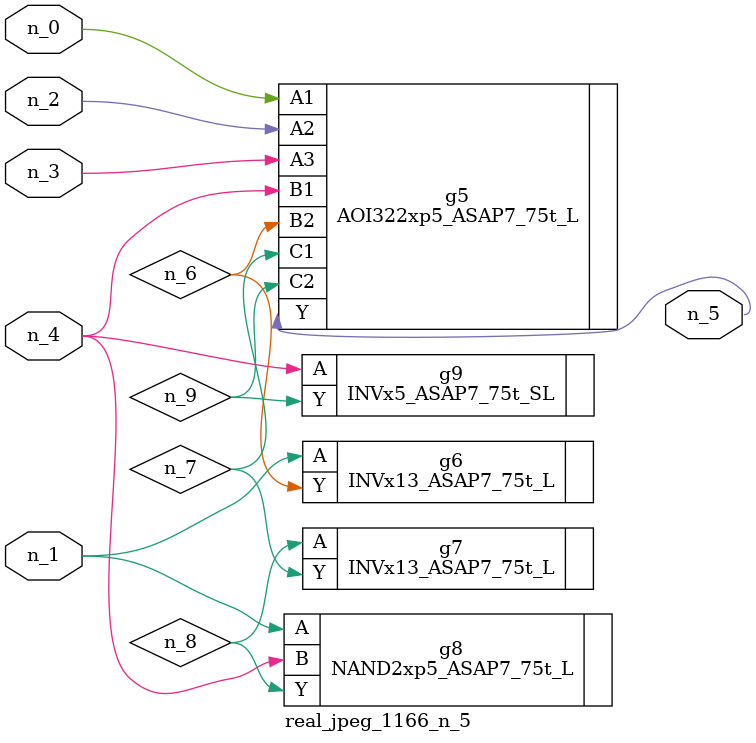
<source format=v>
module real_jpeg_1166_n_5 (n_4, n_0, n_1, n_2, n_3, n_5);

input n_4;
input n_0;
input n_1;
input n_2;
input n_3;

output n_5;

wire n_8;
wire n_6;
wire n_7;
wire n_9;

AOI322xp5_ASAP7_75t_L g5 ( 
.A1(n_0),
.A2(n_2),
.A3(n_3),
.B1(n_4),
.B2(n_6),
.C1(n_7),
.C2(n_9),
.Y(n_5)
);

INVx13_ASAP7_75t_L g6 ( 
.A(n_1),
.Y(n_6)
);

NAND2xp5_ASAP7_75t_L g8 ( 
.A(n_1),
.B(n_4),
.Y(n_8)
);

INVx5_ASAP7_75t_SL g9 ( 
.A(n_4),
.Y(n_9)
);

INVx13_ASAP7_75t_L g7 ( 
.A(n_8),
.Y(n_7)
);


endmodule
</source>
